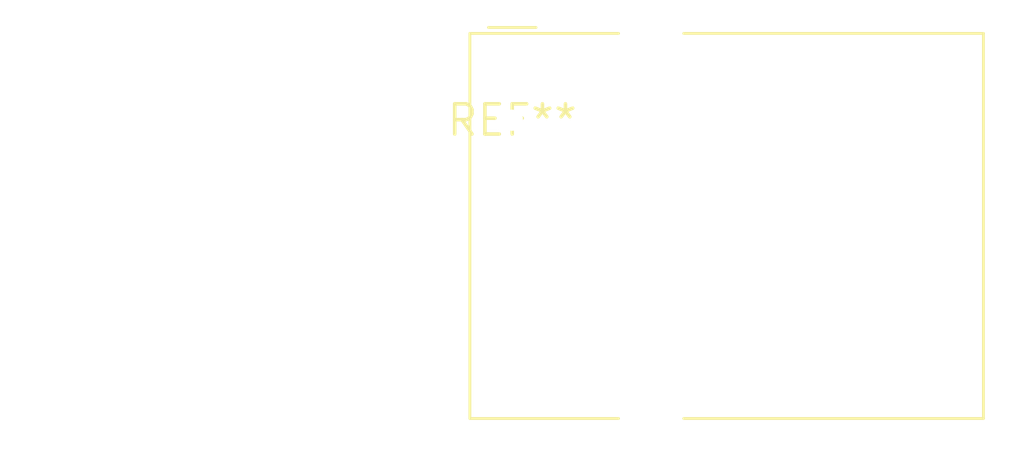
<source format=kicad_pcb>
(kicad_pcb (version 20240108) (generator pcbnew)
  (layers (0 "F.Cu" signal) (31 "B.Cu" signal) (34 "B.Paste" user) (35 "F.Paste" user) (36 "B.SilkS" user "B.Silkscreen") (37 "F.SilkS" user "F.Silkscreen") (38 "B.Mask" user) (39 "F.Mask" user) (44 "Edge.Cuts" user))
  (net 0 "")
  (footprint "RJ45_Kycon_G7LX-A88S7-BP-xx_Horizontal" (layer "F.Cu") (at 0 0)
    (property "Reference" "REF**")
    (property "Value" "RJ45_Kycon_G7LX-A88S7-BP-xx_Horizontal")
    (fp_line (start -1.78 -3.65) (end -1.78 12.54) (layer "F.SilkS") (stroke (width 0.12)))
    (fp_line (start -1.78 12.54) (end 4.47 12.54) (layer "F.SilkS") (stroke (width 0.12)))
    (fp_line (start -1 -3.9) (end 1 -3.9) (layer "F.SilkS") (stroke (width 0.12)))
    (fp_line (start 4.47 -3.65) (end -1.78 -3.65) (layer "F.SilkS") (stroke (width 0.12)))
    (fp_line (start 7.21 12.54) (end 19.81 12.54) (layer "F.SilkS") (stroke (width 0.12)))
    (fp_line (start 19.81 -3.65) (end 7.21 -3.65) (layer "F.SilkS") (stroke (width 0.12)))
    (fp_line (start 19.81 12.54) (end 19.81 -3.65) (layer "F.SilkS") (stroke (width 0.12)))
    (pad "" np_thru_hole circle (at 8.89 -1.27 90) (size 3.2 3.2) (drill 3.2) (layers F&B.Cu *.Mask))
    (pad "" np_thru_hole circle (at 8.89 10.16 90) (size 3.2 3.2) (drill 3.2) (layers F&B.Cu *.Mask))
    (pad "1" thru_hole roundrect (at 0 0 90) (size 1.6 1.6) (drill 0.89) (layers *.Cu *.Mask) (remove_unused_layers) (roundrect_rratio 0.155))
    (pad "2" thru_hole circle (at 2.54 1.27 90) (size 1.6 1.6) (drill 0.89) (layers *.Cu *.Mask) (remove_unused_layers))
    (pad "3" thru_hole circle (at 0 2.54 90) (size 1.6 1.6) (drill 0.89) (layers *.Cu *.Mask) (remove_unused_layers))
    (pad "4" thru_hole circle (at 2.54 3.81 90) (size 1.6 1.6) (drill 0.89) (layers *.Cu *.Mask) (remove_unused_layers))
    (pad "5" thru_hole circle (at 0 5.08 90) (size 1.6 1.6) (drill 0.89) (layers *.Cu *.Mask) (remove_unused_layers))
    (pad "6" thru_hole circle (at 2.54 6.35 90) (size 1.6 1.6) (drill 0.89) (layers *.Cu *.Mask) (remove_unused_layers))
    (pad "7" thru_hole circle (at 0 7.62 90) (size 1.6 1.6) (drill 0.89) (layers *.Cu *.Mask) (remove_unused_layers))
    (pad "8" thru_hole circle (at 2.54 8.89 90) (size 1.6 1.6) (drill 0.89) (layers *.Cu *.Mask) (remove_unused_layers))
    (pad "9" thru_hole circle (at 2.54 -1.27 90) (size 1.6 1.6) (drill 0.89) (layers *.Cu *.Mask) (remove_unused_layers))
    (pad "10" thru_hole circle (at 0 10.16 90) (size 1.6 1.6) (drill 0.89) (layers *.Cu *.Mask) (remove_unused_layers))
    (pad "11" thru_hole circle (at 13.46 -2.28 90) (size 1.72 1.72) (drill 1.02) (layers *.Cu *.Mask) (remove_unused_layers))
    (pad "12" thru_hole circle (at 11.43 -2.28 90) (size 1.72 1.72) (drill 1.02) (layers *.Cu *.Mask) (remove_unused_layers))
    (pad "13" thru_hole circle (at 13.46 11.17 90) (size 1.72 1.72) (drill 1.02) (layers *.Cu *.Mask) (remove_unused_layers))
    (pad "14" thru_hole circle (at 11.43 11.17 90) (size 1.72 1.72) (drill 1.02) (layers *.Cu *.Mask) (remove_unused_layers))
    (pad "SH" thru_hole circle (at 5.84 -3.43 90) (size 2.2 2.2) (drill 1.63) (layers *.Cu *.Mask) (remove_unused_layers))
    (pad "SH" thru_hole circle (at 5.84 12.32 90) (size 2.2 2.2) (drill 1.63) (layers *.Cu *.Mask) (remove_unused_layers))
  )
)
</source>
